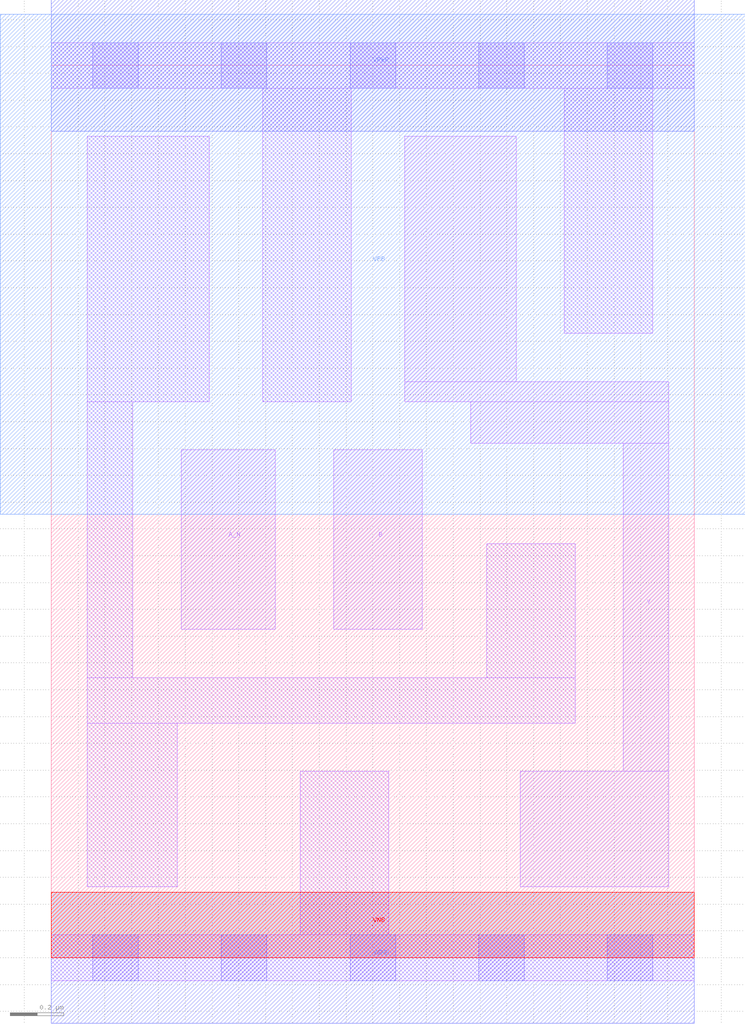
<source format=lef>
# Copyright 2020 The SkyWater PDK Authors
#
# Licensed under the Apache License, Version 2.0 (the "License");
# you may not use this file except in compliance with the License.
# You may obtain a copy of the License at
#
#     https://www.apache.org/licenses/LICENSE-2.0
#
# Unless required by applicable law or agreed to in writing, software
# distributed under the License is distributed on an "AS IS" BASIS,
# WITHOUT WARRANTIES OR CONDITIONS OF ANY KIND, either express or implied.
# See the License for the specific language governing permissions and
# limitations under the License.
#
# SPDX-License-Identifier: Apache-2.0

VERSION 5.7 ;
  NOWIREEXTENSIONATPIN ON ;
  DIVIDERCHAR "/" ;
  BUSBITCHARS "[]" ;
MACRO sky130_fd_sc_lp__nand2b_lp
  CLASS CORE ;
  FOREIGN sky130_fd_sc_lp__nand2b_lp ;
  ORIGIN  0.000000  0.000000 ;
  SIZE  2.400000 BY  3.330000 ;
  SYMMETRY X Y R90 ;
  SITE unit ;
  PIN A_N
    ANTENNAGATEAREA  0.376000 ;
    DIRECTION INPUT ;
    USE SIGNAL ;
    PORT
      LAYER li1 ;
        RECT 0.485000 1.225000 0.835000 1.895000 ;
    END
  END A_N
  PIN B
    ANTENNAGATEAREA  0.313000 ;
    DIRECTION INPUT ;
    USE SIGNAL ;
    PORT
      LAYER li1 ;
        RECT 1.055000 1.225000 1.385000 1.895000 ;
    END
  END B
  PIN Y
    ANTENNADIFFAREA  0.399700 ;
    DIRECTION OUTPUT ;
    USE SIGNAL ;
    PORT
      LAYER li1 ;
        RECT 1.320000 2.075000 2.305000 2.150000 ;
        RECT 1.320000 2.150000 1.735000 3.065000 ;
        RECT 1.565000 1.920000 2.305000 2.075000 ;
        RECT 1.750000 0.265000 2.305000 0.695000 ;
        RECT 2.135000 0.695000 2.305000 1.920000 ;
    END
  END Y
  PIN VGND
    DIRECTION INOUT ;
    USE GROUND ;
    PORT
      LAYER met1 ;
        RECT 0.000000 -0.245000 2.400000 0.245000 ;
    END
  END VGND
  PIN VNB
    DIRECTION INOUT ;
    USE GROUND ;
    PORT
      LAYER pwell ;
        RECT 0.000000 0.000000 2.400000 0.245000 ;
    END
  END VNB
  PIN VPB
    DIRECTION INOUT ;
    USE POWER ;
    PORT
      LAYER nwell ;
        RECT -0.190000 1.655000 2.590000 3.520000 ;
    END
  END VPB
  PIN VPWR
    DIRECTION INOUT ;
    USE POWER ;
    PORT
      LAYER met1 ;
        RECT 0.000000 3.085000 2.400000 3.575000 ;
    END
  END VPWR
  OBS
    LAYER li1 ;
      RECT 0.000000 -0.085000 2.400000 0.085000 ;
      RECT 0.000000  3.245000 2.400000 3.415000 ;
      RECT 0.135000  0.265000 0.470000 0.875000 ;
      RECT 0.135000  0.875000 1.955000 1.045000 ;
      RECT 0.135000  1.045000 0.305000 2.075000 ;
      RECT 0.135000  2.075000 0.590000 3.065000 ;
      RECT 0.790000  2.075000 1.120000 3.245000 ;
      RECT 0.930000  0.085000 1.260000 0.695000 ;
      RECT 1.625000  1.045000 1.955000 1.545000 ;
      RECT 1.915000  2.330000 2.245000 3.245000 ;
    LAYER mcon ;
      RECT 0.155000 -0.085000 0.325000 0.085000 ;
      RECT 0.155000  3.245000 0.325000 3.415000 ;
      RECT 0.635000 -0.085000 0.805000 0.085000 ;
      RECT 0.635000  3.245000 0.805000 3.415000 ;
      RECT 1.115000 -0.085000 1.285000 0.085000 ;
      RECT 1.115000  3.245000 1.285000 3.415000 ;
      RECT 1.595000 -0.085000 1.765000 0.085000 ;
      RECT 1.595000  3.245000 1.765000 3.415000 ;
      RECT 2.075000 -0.085000 2.245000 0.085000 ;
      RECT 2.075000  3.245000 2.245000 3.415000 ;
  END
END sky130_fd_sc_lp__nand2b_lp
END LIBRARY

</source>
